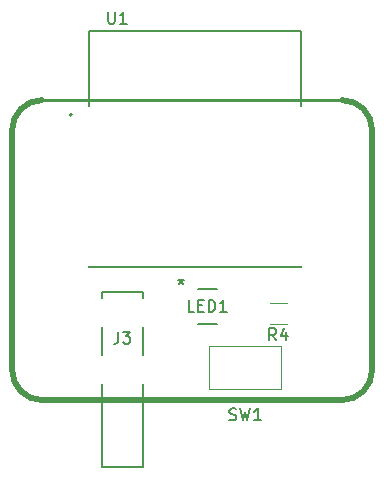
<source format=gbr>
%TF.GenerationSoftware,KiCad,Pcbnew,8.0.4*%
%TF.CreationDate,2024-07-30T10:21:49-04:00*%
%TF.ProjectId,esp32-c3-wroom-socket,65737033-322d-4633-932d-77726f6f6d2d,rev?*%
%TF.SameCoordinates,Original*%
%TF.FileFunction,Legend,Top*%
%TF.FilePolarity,Positive*%
%FSLAX46Y46*%
G04 Gerber Fmt 4.6, Leading zero omitted, Abs format (unit mm)*
G04 Created by KiCad (PCBNEW 8.0.4) date 2024-07-30 10:21:49*
%MOMM*%
%LPD*%
G01*
G04 APERTURE LIST*
%ADD10C,0.150000*%
%ADD11C,0.127000*%
%ADD12C,0.200000*%
%ADD13C,0.152400*%
%ADD14C,0.120000*%
%ADD15C,0.500000*%
%ADD16C,0.250000*%
G04 APERTURE END LIST*
D10*
X149603095Y-49469819D02*
X149603095Y-50279342D01*
X149603095Y-50279342D02*
X149650714Y-50374580D01*
X149650714Y-50374580D02*
X149698333Y-50422200D01*
X149698333Y-50422200D02*
X149793571Y-50469819D01*
X149793571Y-50469819D02*
X149984047Y-50469819D01*
X149984047Y-50469819D02*
X150079285Y-50422200D01*
X150079285Y-50422200D02*
X150126904Y-50374580D01*
X150126904Y-50374580D02*
X150174523Y-50279342D01*
X150174523Y-50279342D02*
X150174523Y-49469819D01*
X151174523Y-50469819D02*
X150603095Y-50469819D01*
X150888809Y-50469819D02*
X150888809Y-49469819D01*
X150888809Y-49469819D02*
X150793571Y-49612676D01*
X150793571Y-49612676D02*
X150698333Y-49707914D01*
X150698333Y-49707914D02*
X150603095Y-49755533D01*
X156880952Y-74854819D02*
X156404762Y-74854819D01*
X156404762Y-74854819D02*
X156404762Y-73854819D01*
X157214286Y-74331009D02*
X157547619Y-74331009D01*
X157690476Y-74854819D02*
X157214286Y-74854819D01*
X157214286Y-74854819D02*
X157214286Y-73854819D01*
X157214286Y-73854819D02*
X157690476Y-73854819D01*
X158119048Y-74854819D02*
X158119048Y-73854819D01*
X158119048Y-73854819D02*
X158357143Y-73854819D01*
X158357143Y-73854819D02*
X158500000Y-73902438D01*
X158500000Y-73902438D02*
X158595238Y-73997676D01*
X158595238Y-73997676D02*
X158642857Y-74092914D01*
X158642857Y-74092914D02*
X158690476Y-74283390D01*
X158690476Y-74283390D02*
X158690476Y-74426247D01*
X158690476Y-74426247D02*
X158642857Y-74616723D01*
X158642857Y-74616723D02*
X158595238Y-74711961D01*
X158595238Y-74711961D02*
X158500000Y-74807200D01*
X158500000Y-74807200D02*
X158357143Y-74854819D01*
X158357143Y-74854819D02*
X158119048Y-74854819D01*
X159642857Y-74854819D02*
X159071429Y-74854819D01*
X159357143Y-74854819D02*
X159357143Y-73854819D01*
X159357143Y-73854819D02*
X159261905Y-73997676D01*
X159261905Y-73997676D02*
X159166667Y-74092914D01*
X159166667Y-74092914D02*
X159071429Y-74140533D01*
X155764800Y-72050719D02*
X155764800Y-72288814D01*
X155526705Y-72193576D02*
X155764800Y-72288814D01*
X155764800Y-72288814D02*
X156002895Y-72193576D01*
X155621943Y-72479290D02*
X155764800Y-72288814D01*
X155764800Y-72288814D02*
X155907657Y-72479290D01*
X155764800Y-72050719D02*
X155764800Y-72288814D01*
X155526705Y-72193576D02*
X155764800Y-72288814D01*
X155764800Y-72288814D02*
X156002895Y-72193576D01*
X155621943Y-72479290D02*
X155764800Y-72288814D01*
X155764800Y-72288814D02*
X155907657Y-72479290D01*
X150476665Y-76554818D02*
X150476665Y-77269103D01*
X150476665Y-77269103D02*
X150429046Y-77411960D01*
X150429046Y-77411960D02*
X150333808Y-77507199D01*
X150333808Y-77507199D02*
X150190951Y-77554818D01*
X150190951Y-77554818D02*
X150095713Y-77554818D01*
X150857618Y-76554818D02*
X151476665Y-76554818D01*
X151476665Y-76554818D02*
X151143332Y-76935770D01*
X151143332Y-76935770D02*
X151286189Y-76935770D01*
X151286189Y-76935770D02*
X151381427Y-76983389D01*
X151381427Y-76983389D02*
X151429046Y-77031008D01*
X151429046Y-77031008D02*
X151476665Y-77126246D01*
X151476665Y-77126246D02*
X151476665Y-77364341D01*
X151476665Y-77364341D02*
X151429046Y-77459579D01*
X151429046Y-77459579D02*
X151381427Y-77507199D01*
X151381427Y-77507199D02*
X151286189Y-77554818D01*
X151286189Y-77554818D02*
X151000475Y-77554818D01*
X151000475Y-77554818D02*
X150905237Y-77507199D01*
X150905237Y-77507199D02*
X150857618Y-77459579D01*
X159866667Y-84007200D02*
X160009524Y-84054819D01*
X160009524Y-84054819D02*
X160247619Y-84054819D01*
X160247619Y-84054819D02*
X160342857Y-84007200D01*
X160342857Y-84007200D02*
X160390476Y-83959580D01*
X160390476Y-83959580D02*
X160438095Y-83864342D01*
X160438095Y-83864342D02*
X160438095Y-83769104D01*
X160438095Y-83769104D02*
X160390476Y-83673866D01*
X160390476Y-83673866D02*
X160342857Y-83626247D01*
X160342857Y-83626247D02*
X160247619Y-83578628D01*
X160247619Y-83578628D02*
X160057143Y-83531009D01*
X160057143Y-83531009D02*
X159961905Y-83483390D01*
X159961905Y-83483390D02*
X159914286Y-83435771D01*
X159914286Y-83435771D02*
X159866667Y-83340533D01*
X159866667Y-83340533D02*
X159866667Y-83245295D01*
X159866667Y-83245295D02*
X159914286Y-83150057D01*
X159914286Y-83150057D02*
X159961905Y-83102438D01*
X159961905Y-83102438D02*
X160057143Y-83054819D01*
X160057143Y-83054819D02*
X160295238Y-83054819D01*
X160295238Y-83054819D02*
X160438095Y-83102438D01*
X160771429Y-83054819D02*
X161009524Y-84054819D01*
X161009524Y-84054819D02*
X161200000Y-83340533D01*
X161200000Y-83340533D02*
X161390476Y-84054819D01*
X161390476Y-84054819D02*
X161628572Y-83054819D01*
X162533333Y-84054819D02*
X161961905Y-84054819D01*
X162247619Y-84054819D02*
X162247619Y-83054819D01*
X162247619Y-83054819D02*
X162152381Y-83197676D01*
X162152381Y-83197676D02*
X162057143Y-83292914D01*
X162057143Y-83292914D02*
X161961905Y-83340533D01*
X163833333Y-77274819D02*
X163500000Y-76798628D01*
X163261905Y-77274819D02*
X163261905Y-76274819D01*
X163261905Y-76274819D02*
X163642857Y-76274819D01*
X163642857Y-76274819D02*
X163738095Y-76322438D01*
X163738095Y-76322438D02*
X163785714Y-76370057D01*
X163785714Y-76370057D02*
X163833333Y-76465295D01*
X163833333Y-76465295D02*
X163833333Y-76608152D01*
X163833333Y-76608152D02*
X163785714Y-76703390D01*
X163785714Y-76703390D02*
X163738095Y-76751009D01*
X163738095Y-76751009D02*
X163642857Y-76798628D01*
X163642857Y-76798628D02*
X163261905Y-76798628D01*
X164690476Y-76608152D02*
X164690476Y-77274819D01*
X164452381Y-76227200D02*
X164214286Y-76941485D01*
X164214286Y-76941485D02*
X164833333Y-76941485D01*
D11*
%TO.C,U1*%
X147940000Y-51100000D02*
X147940000Y-57430000D01*
X147940000Y-71100000D02*
X147940000Y-70970000D01*
X147940000Y-71100000D02*
X165940000Y-71100000D01*
X165940000Y-51100000D02*
X147940000Y-51100000D01*
X165940000Y-57430000D02*
X165940000Y-51100000D01*
X165940000Y-71100000D02*
X165940000Y-70970000D01*
D12*
X146540000Y-58200000D02*
G75*
G02*
X146340000Y-58200000I-100000J0D01*
G01*
X146340000Y-58200000D02*
G75*
G02*
X146540000Y-58200000I100000J0D01*
G01*
D13*
%TO.C,LED1*%
X157222627Y-72926800D02*
X158777373Y-72926800D01*
X157222627Y-75873200D02*
X158777373Y-75873200D01*
%TO.C,J3*%
X149108199Y-73172999D02*
X149108199Y-73712992D01*
X149108199Y-76187007D02*
X149108199Y-78512992D01*
X149108199Y-80987006D02*
X149108199Y-87981199D01*
X149108199Y-87981199D02*
X152511799Y-87981199D01*
X152511799Y-73172999D02*
X149108199Y-73172999D01*
X152511799Y-73712992D02*
X152511799Y-73172999D01*
X152511799Y-78512992D02*
X152511799Y-76187007D01*
X152511799Y-87981199D02*
X152511799Y-80987006D01*
D14*
%TO.C,SW1*%
X158140000Y-77790000D02*
X164260000Y-77790000D01*
X158140000Y-81410000D02*
X158140000Y-77790000D01*
X164260000Y-77790000D02*
X164260000Y-81410000D01*
X164260000Y-81410000D02*
X158140000Y-81410000D01*
D15*
%TO.C,J2*%
X141470000Y-59480000D02*
X141470000Y-79800000D01*
D16*
X144010000Y-56940000D02*
X169410000Y-56940000D01*
D15*
X144010000Y-82340000D02*
X169410000Y-82340000D01*
X171950000Y-59480000D02*
X171950000Y-79800000D01*
X141470000Y-59480000D02*
G75*
G02*
X144010000Y-56940000I2540001J-1D01*
G01*
X144010000Y-82340000D02*
G75*
G02*
X141470000Y-79800000I1J2540001D01*
G01*
X169410000Y-56940000D02*
G75*
G02*
X171950000Y-59480000I0J-2540000D01*
G01*
X171950000Y-79800000D02*
G75*
G02*
X169410000Y-82340000I-2540000J0D01*
G01*
D14*
%TO.C,R4*%
X164727064Y-74090000D02*
X163272936Y-74090000D01*
X164727064Y-75910000D02*
X163272936Y-75910000D01*
%TD*%
M02*

</source>
